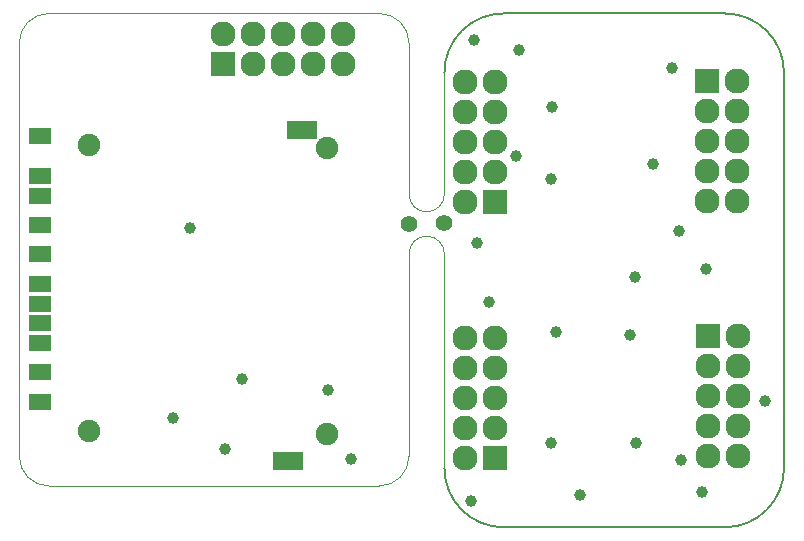
<source format=gbs>
%TF.GenerationSoftware,KiCad,Pcbnew,4.0.2-stable*%
%TF.CreationDate,2016-07-27T18:07:16+02:00*%
%TF.ProjectId,combined,636F6D62696E65642E6B696361645F70,rev?*%
%TF.FileFunction,Soldermask,Bot*%
%FSLAX46Y46*%
G04 Gerber Fmt 4.6, Leading zero omitted, Abs format (unit mm)*
G04 Created by KiCad (PCBNEW 4.0.2-stable) date 27.07.2016 18:07:16*
%MOMM*%
G01*
G04 APERTURE LIST*
%ADD10C,0.100000*%
%ADD11C,0.010000*%
%ADD12C,0.150000*%
%ADD13C,1.400000*%
%ADD14C,1.000000*%
%ADD15R,2.127200X2.127200*%
%ADD16O,2.127200X2.127200*%
%ADD17C,1.900000*%
%ADD18R,1.900000X1.400000*%
%ADD19R,2.600000X1.600000*%
G04 APERTURE END LIST*
D10*
D11*
X112250000Y-119300000D02*
X112250000Y-109000000D01*
X109250000Y-106500000D02*
X109250000Y-119300000D01*
X112250000Y-124350000D02*
X112250000Y-142500000D01*
X109250000Y-141500000D02*
X109250000Y-124350000D01*
X110750000Y-122850000D02*
G75*
G03X109250000Y-124350000I0J-1500000D01*
G01*
X112250000Y-124350000D02*
G75*
G03X110750000Y-122850000I-1500000J0D01*
G01*
X110750000Y-120800000D02*
G75*
G03X112250000Y-119300000I0J1500000D01*
G01*
X109250000Y-119300000D02*
G75*
G03X110750000Y-120800000I1500000J0D01*
G01*
D12*
X141000000Y-142500000D02*
X141000000Y-109000000D01*
X117250000Y-147500000D02*
X136000000Y-147500000D01*
X136000000Y-104000000D02*
X117250000Y-104000000D01*
X112250000Y-142500000D02*
G75*
G03X117250000Y-147500000I5000000J0D01*
G01*
X136000000Y-147500000D02*
G75*
G03X141000000Y-142500000I0J5000000D01*
G01*
X141000000Y-109000000D02*
G75*
G03X136000000Y-104000000I-5000000J0D01*
G01*
X117250000Y-104000000D02*
G75*
G03X112250000Y-109000000I0J-5000000D01*
G01*
D11*
X78750000Y-104000000D02*
X106750000Y-104000000D01*
X76250000Y-141500000D02*
X76250000Y-106500000D01*
X106750000Y-144000000D02*
X78750000Y-144000000D01*
X76250000Y-141500000D02*
G75*
G03X78750000Y-144000000I2500000J0D01*
G01*
X106750000Y-144000000D02*
G75*
G03X109250000Y-141500000I0J2500000D01*
G01*
X109250000Y-106500000D02*
G75*
G03X106750000Y-104000000I-2500000J0D01*
G01*
X78750000Y-104000000D02*
G75*
G03X76250000Y-106500000I0J-2500000D01*
G01*
D13*
X112250000Y-121750000D03*
X109250000Y-121800000D03*
D14*
X118350000Y-116050000D03*
X121400000Y-111900000D03*
X129900000Y-116750000D03*
X127950000Y-131200000D03*
X116050000Y-128450000D03*
X115050000Y-123450000D03*
X128400000Y-126300000D03*
X121700000Y-131000000D03*
X121300000Y-118000000D03*
X114500000Y-145250000D03*
X114750000Y-106250000D03*
X118600000Y-107100000D03*
X131500000Y-108600000D03*
X132100000Y-122400000D03*
X134400000Y-125600000D03*
X139400000Y-136800000D03*
X134100000Y-144500000D03*
X132300000Y-141800000D03*
X128500000Y-140400000D03*
X121300000Y-140400000D03*
D15*
X134460000Y-109750000D03*
D16*
X137000000Y-109750000D03*
X134460000Y-112290000D03*
X137000000Y-112290000D03*
X134460000Y-114830000D03*
X137000000Y-114830000D03*
X134460000Y-117370000D03*
X137000000Y-117370000D03*
X134460000Y-119910000D03*
X137000000Y-119910000D03*
D15*
X134560000Y-131350000D03*
D16*
X137100000Y-131350000D03*
X134560000Y-133890000D03*
X137100000Y-133890000D03*
X134560000Y-136430000D03*
X137100000Y-136430000D03*
X134560000Y-138970000D03*
X137100000Y-138970000D03*
X134560000Y-141510000D03*
X137100000Y-141510000D03*
D15*
X116500000Y-141600000D03*
D16*
X113960000Y-141600000D03*
X116500000Y-139060000D03*
X113960000Y-139060000D03*
X116500000Y-136520000D03*
X113960000Y-136520000D03*
X116500000Y-133980000D03*
X113960000Y-133980000D03*
X116500000Y-131440000D03*
X113960000Y-131440000D03*
D15*
X116500000Y-120000000D03*
D16*
X113960000Y-120000000D03*
X116500000Y-117460000D03*
X113960000Y-117460000D03*
X116500000Y-114920000D03*
X113960000Y-114920000D03*
X116500000Y-112380000D03*
X113960000Y-112380000D03*
X116500000Y-109840000D03*
X113960000Y-109840000D03*
D14*
X123700000Y-144800000D03*
X95100000Y-134950000D03*
X89250000Y-138250000D03*
X102400000Y-135900000D03*
X104300000Y-141750000D03*
X90700000Y-122150000D03*
D17*
X82200000Y-139350000D03*
X82200000Y-115150000D03*
D15*
X93500000Y-108250000D03*
D16*
X93500000Y-105710000D03*
X96040000Y-108250000D03*
X96040000Y-105710000D03*
X98580000Y-108250000D03*
X98580000Y-105710000D03*
X101120000Y-108250000D03*
X101120000Y-105710000D03*
X103660000Y-108250000D03*
X103660000Y-105710000D03*
D18*
X78000000Y-134375000D03*
X78000000Y-131875000D03*
X78000000Y-128575000D03*
X78000000Y-126875000D03*
X78000000Y-124375000D03*
X78000000Y-121875000D03*
X78000000Y-119450000D03*
X78000000Y-117750000D03*
X78000000Y-136875000D03*
X78000000Y-130225000D03*
X78000000Y-114400000D03*
D19*
X99000000Y-141900000D03*
X100200000Y-113900000D03*
D17*
X102300000Y-139600000D03*
X102300000Y-115400000D03*
D14*
X93700000Y-140850000D03*
M02*

</source>
